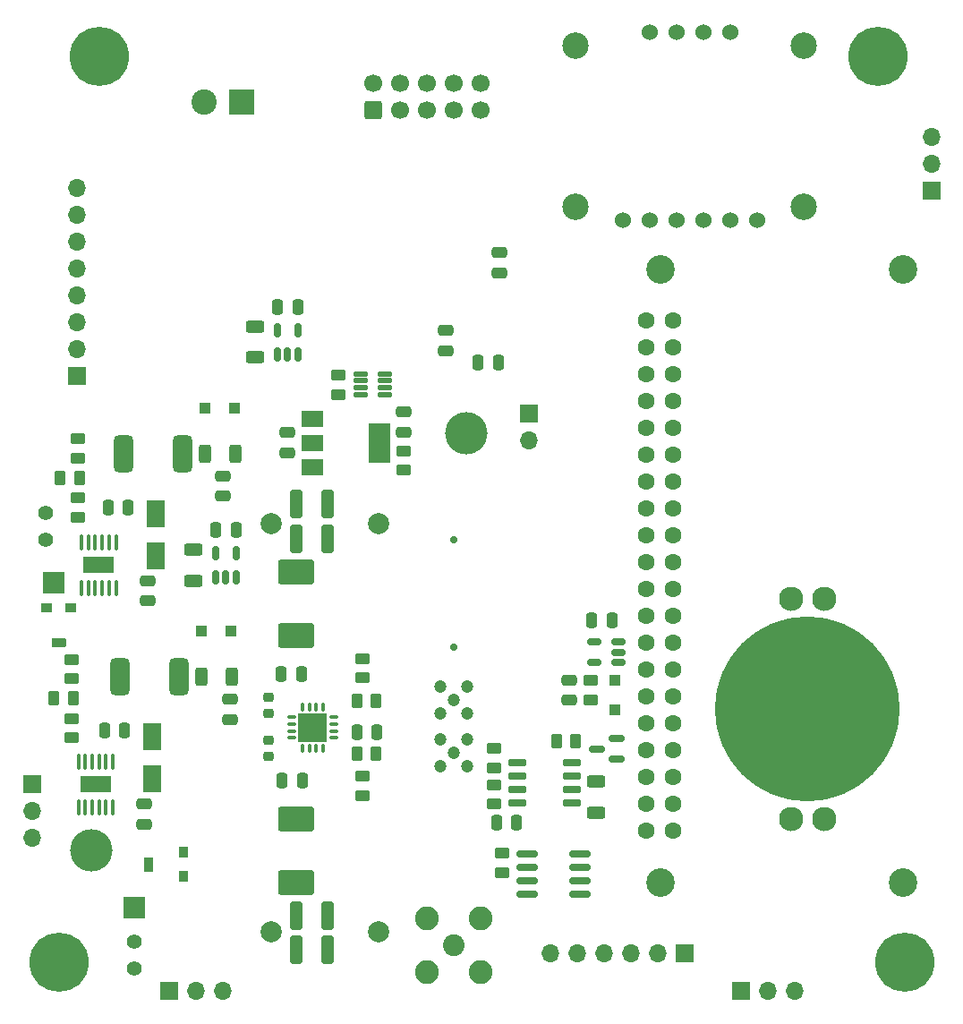
<source format=gbr>
%TF.GenerationSoftware,KiCad,Pcbnew,(6.0.10-dirty)*%
%TF.CreationDate,2022-12-22T22:26:15-05:00*%
%TF.ProjectId,piridium-bus,70697269-6469-4756-9d2d-6275732e6b69,rev?*%
%TF.SameCoordinates,Original*%
%TF.FileFunction,Soldermask,Bot*%
%TF.FilePolarity,Negative*%
%FSLAX46Y46*%
G04 Gerber Fmt 4.6, Leading zero omitted, Abs format (unit mm)*
G04 Created by KiCad (PCBNEW (6.0.10-dirty)) date 2022-12-22 22:26:15*
%MOMM*%
%LPD*%
G01*
G04 APERTURE LIST*
G04 Aperture macros list*
%AMRoundRect*
0 Rectangle with rounded corners*
0 $1 Rounding radius*
0 $2 $3 $4 $5 $6 $7 $8 $9 X,Y pos of 4 corners*
0 Add a 4 corners polygon primitive as box body*
4,1,4,$2,$3,$4,$5,$6,$7,$8,$9,$2,$3,0*
0 Add four circle primitives for the rounded corners*
1,1,$1+$1,$2,$3*
1,1,$1+$1,$4,$5*
1,1,$1+$1,$6,$7*
1,1,$1+$1,$8,$9*
0 Add four rect primitives between the rounded corners*
20,1,$1+$1,$2,$3,$4,$5,0*
20,1,$1+$1,$4,$5,$6,$7,0*
20,1,$1+$1,$6,$7,$8,$9,0*
20,1,$1+$1,$8,$9,$2,$3,0*%
G04 Aperture macros list end*
%ADD10C,5.600000*%
%ADD11C,2.500000*%
%ADD12C,1.524000*%
%ADD13R,1.700000X1.700000*%
%ADD14O,1.700000X1.700000*%
%ADD15RoundRect,0.250000X0.600000X-0.600000X0.600000X0.600000X-0.600000X0.600000X-0.600000X-0.600000X0*%
%ADD16C,1.700000*%
%ADD17RoundRect,0.250000X0.250000X0.475000X-0.250000X0.475000X-0.250000X-0.475000X0.250000X-0.475000X0*%
%ADD18C,2.700000*%
%ADD19C,1.600000*%
%ADD20R,2.400000X2.400000*%
%ADD21C,2.400000*%
%ADD22R,1.100000X1.100000*%
%ADD23C,2.050000*%
%ADD24C,2.250000*%
%ADD25C,0.701040*%
%ADD26C,1.198880*%
%ADD27C,4.000500*%
%ADD28RoundRect,0.150000X-0.725000X-0.150000X0.725000X-0.150000X0.725000X0.150000X-0.725000X0.150000X0*%
%ADD29RoundRect,0.250000X-0.450000X0.262500X-0.450000X-0.262500X0.450000X-0.262500X0.450000X0.262500X0*%
%ADD30RoundRect,0.250000X0.450000X-0.262500X0.450000X0.262500X-0.450000X0.262500X-0.450000X-0.262500X0*%
%ADD31RoundRect,0.250000X-0.625000X0.312500X-0.625000X-0.312500X0.625000X-0.312500X0.625000X0.312500X0*%
%ADD32RoundRect,0.087500X-0.325000X-0.087500X0.325000X-0.087500X0.325000X0.087500X-0.325000X0.087500X0*%
%ADD33RoundRect,0.087500X-0.087500X-0.325000X0.087500X-0.325000X0.087500X0.325000X-0.087500X0.325000X0*%
%ADD34R,2.700000X2.700000*%
%ADD35RoundRect,0.250000X0.475000X-0.250000X0.475000X0.250000X-0.475000X0.250000X-0.475000X-0.250000X0*%
%ADD36RoundRect,0.235000X-1.465000X0.940000X-1.465000X-0.940000X1.465000X-0.940000X1.465000X0.940000X0*%
%ADD37R,2.000000X2.000000*%
%ADD38RoundRect,0.250000X-0.262500X-0.450000X0.262500X-0.450000X0.262500X0.450000X-0.262500X0.450000X0*%
%ADD39RoundRect,0.100000X0.100000X-0.625000X0.100000X0.625000X-0.100000X0.625000X-0.100000X-0.625000X0*%
%ADD40R,2.850000X1.650000*%
%ADD41RoundRect,0.150000X0.512500X0.150000X-0.512500X0.150000X-0.512500X-0.150000X0.512500X-0.150000X0*%
%ADD42RoundRect,0.225000X-0.250000X0.225000X-0.250000X-0.225000X0.250000X-0.225000X0.250000X0.225000X0*%
%ADD43RoundRect,0.250000X-0.325000X-1.100000X0.325000X-1.100000X0.325000X1.100000X-0.325000X1.100000X0*%
%ADD44RoundRect,0.150000X0.587500X0.150000X-0.587500X0.150000X-0.587500X-0.150000X0.587500X-0.150000X0*%
%ADD45C,2.000000*%
%ADD46RoundRect,0.225000X0.250000X-0.225000X0.250000X0.225000X-0.250000X0.225000X-0.250000X-0.225000X0*%
%ADD47RoundRect,0.225000X-0.325000X-0.225000X0.325000X-0.225000X0.325000X0.225000X-0.325000X0.225000X0*%
%ADD48RoundRect,0.225000X-0.475000X-0.225000X0.475000X-0.225000X0.475000X0.225000X-0.475000X0.225000X0*%
%ADD49RoundRect,0.250000X-0.250000X-0.475000X0.250000X-0.475000X0.250000X0.475000X-0.250000X0.475000X0*%
%ADD50RoundRect,0.250000X0.312500X0.625000X-0.312500X0.625000X-0.312500X-0.625000X0.312500X-0.625000X0*%
%ADD51RoundRect,0.250000X-0.475000X0.250000X-0.475000X-0.250000X0.475000X-0.250000X0.475000X0.250000X0*%
%ADD52RoundRect,0.150000X0.150000X-0.512500X0.150000X0.512500X-0.150000X0.512500X-0.150000X-0.512500X0*%
%ADD53RoundRect,0.462500X-0.462500X-1.287500X0.462500X-1.287500X0.462500X1.287500X-0.462500X1.287500X0*%
%ADD54R,1.800000X2.500000*%
%ADD55R,2.000000X1.500000*%
%ADD56R,2.000000X3.800000*%
%ADD57C,2.300000*%
%ADD58C,17.500000*%
%ADD59C,1.400000*%
%ADD60RoundRect,0.150000X-0.825000X-0.150000X0.825000X-0.150000X0.825000X0.150000X-0.825000X0.150000X0*%
%ADD61RoundRect,0.125000X-0.537500X-0.125000X0.537500X-0.125000X0.537500X0.125000X-0.537500X0.125000X0*%
%ADD62RoundRect,0.225000X-0.225000X0.325000X-0.225000X-0.325000X0.225000X-0.325000X0.225000X0.325000X0*%
%ADD63RoundRect,0.225000X-0.225000X0.475000X-0.225000X-0.475000X0.225000X-0.475000X0.225000X0.475000X0*%
G04 APERTURE END LIST*
D10*
%TO.C,MH1*%
X110490000Y-55880000D03*
%TD*%
%TO.C,MH2*%
X184150000Y-55880000D03*
%TD*%
%TO.C,MH3*%
X186690000Y-141610000D03*
%TD*%
%TO.C,MH4*%
X106680000Y-141610000D03*
%TD*%
D11*
%TO.C,A2*%
X155575000Y-70104000D03*
X177165000Y-54864000D03*
X155575000Y-54864000D03*
X177165000Y-70104000D03*
D12*
X160020000Y-71374000D03*
X162560000Y-71374000D03*
X165100000Y-71374000D03*
X167640000Y-71374000D03*
X170180000Y-71374000D03*
X172720000Y-71374000D03*
X170180000Y-53594000D03*
X167640000Y-53594000D03*
X165100000Y-53594000D03*
X162560000Y-53594000D03*
%TD*%
D13*
%TO.C,J7*%
X189230000Y-68565000D03*
D14*
X189230000Y-66025000D03*
X189230000Y-63485000D03*
%TD*%
D13*
%TO.C,J9*%
X117109000Y-144272000D03*
D14*
X119649000Y-144272000D03*
X122189000Y-144272000D03*
%TD*%
D13*
%TO.C,J8*%
X104140000Y-124729000D03*
D14*
X104140000Y-127269000D03*
X104140000Y-129809000D03*
%TD*%
D15*
%TO.C,J5*%
X136398000Y-60960000D03*
D16*
X136398000Y-58420000D03*
X138938000Y-60960000D03*
X138938000Y-58420000D03*
X141478000Y-60960000D03*
X141478000Y-58420000D03*
X144018000Y-60960000D03*
X144018000Y-58420000D03*
X146558000Y-60960000D03*
X146558000Y-58420000D03*
%TD*%
D17*
%TO.C,C37*%
X159004000Y-109220000D03*
X157104000Y-109220000D03*
%TD*%
D13*
%TO.C,JP1*%
X151130000Y-89662000D03*
D14*
X151130000Y-92202000D03*
%TD*%
D18*
%TO.C,A1*%
X186571000Y-76029000D03*
X163571000Y-134029000D03*
X163571000Y-76029000D03*
X186571000Y-134029000D03*
D19*
X164823000Y-129159000D03*
X162283000Y-129159000D03*
X164823000Y-126619000D03*
X162283000Y-126619000D03*
X164823000Y-124079000D03*
X162283000Y-124079000D03*
X164823000Y-121539000D03*
X162283000Y-121539000D03*
X164823000Y-118999000D03*
X162283000Y-118999000D03*
X164823000Y-116459000D03*
X162283000Y-116459000D03*
X164823000Y-113919000D03*
X162283000Y-113919000D03*
X164823000Y-111379000D03*
X162283000Y-111379000D03*
X164823000Y-108839000D03*
X162283000Y-108839000D03*
X164823000Y-106299000D03*
X162283000Y-106299000D03*
X164823000Y-103759000D03*
X162283000Y-103759000D03*
X164823000Y-101219000D03*
X162283000Y-101219000D03*
X164823000Y-98679000D03*
X162283000Y-98679000D03*
X164823000Y-96139000D03*
X162283000Y-96139000D03*
X164823000Y-93599000D03*
X162283000Y-93599000D03*
X164823000Y-91059000D03*
X162283000Y-91059000D03*
X164823000Y-88519000D03*
X162283000Y-88519000D03*
X164823000Y-85979000D03*
X162283000Y-85979000D03*
X164823000Y-83439000D03*
X162283000Y-83439000D03*
X164823000Y-80899000D03*
X162283000Y-80899000D03*
%TD*%
D20*
%TO.C,J1*%
X123952000Y-60198000D03*
D21*
X120452000Y-60198000D03*
%TD*%
D22*
%TO.C,D11*%
X159258000Y-114932000D03*
X159258000Y-117732000D03*
%TD*%
D23*
%TO.C,J4*%
X144018000Y-139954000D03*
D24*
X146558000Y-137414000D03*
X141478000Y-142494000D03*
X146558000Y-142494000D03*
X141478000Y-137414000D03*
%TD*%
D13*
%TO.C,J3*%
X165862000Y-140716000D03*
D14*
X163322000Y-140716000D03*
X160782000Y-140716000D03*
X158242000Y-140716000D03*
X155702000Y-140716000D03*
X153162000Y-140716000D03*
%TD*%
D25*
%TO.C,A3*%
X144047940Y-101641180D03*
X144047940Y-111801180D03*
D26*
X144047940Y-121783380D03*
X142777940Y-120513380D03*
X145328100Y-123053380D03*
X145328100Y-120513380D03*
X142777940Y-123053380D03*
X144047940Y-116782120D03*
X142777940Y-115512120D03*
X145328100Y-115512120D03*
X142777940Y-118052120D03*
X145328100Y-118052120D03*
D27*
X109730000Y-131031520D03*
X145229040Y-91531980D03*
%TD*%
D13*
%TO.C,J6*%
X171211000Y-144272000D03*
D14*
X173751000Y-144272000D03*
X176291000Y-144272000D03*
%TD*%
D28*
%TO.C,U16*%
X150079000Y-126492000D03*
X150079000Y-125222000D03*
X150079000Y-123952000D03*
X150079000Y-122682000D03*
X155229000Y-122682000D03*
X155229000Y-123952000D03*
X155229000Y-125222000D03*
X155229000Y-126492000D03*
%TD*%
D29*
%TO.C,R31*%
X108481500Y-97682000D03*
X108481500Y-99507000D03*
%TD*%
D22*
%TO.C,D9*%
X120200000Y-110302000D03*
X123000000Y-110302000D03*
%TD*%
D30*
%TO.C,R15*%
X135377000Y-125833500D03*
X135377000Y-124008500D03*
%TD*%
D31*
%TO.C,R52*%
X157480000Y-124521500D03*
X157480000Y-127446500D03*
%TD*%
D30*
%TO.C,R48*%
X148655000Y-133119500D03*
X148655000Y-131294500D03*
%TD*%
D32*
%TO.C,U3*%
X128739000Y-120355000D03*
X128739000Y-119705000D03*
X128739000Y-119055000D03*
X128739000Y-118405000D03*
D33*
X129726500Y-117417500D03*
X130376500Y-117417500D03*
X131026500Y-117417500D03*
X131676500Y-117417500D03*
D32*
X132664000Y-118405000D03*
X132664000Y-119055000D03*
X132664000Y-119705000D03*
X132664000Y-120355000D03*
D33*
X131676500Y-121342500D03*
X131026500Y-121342500D03*
X130376500Y-121342500D03*
X129726500Y-121342500D03*
D34*
X130701500Y-119380000D03*
%TD*%
D31*
%TO.C,R35*%
X125288000Y-81463000D03*
X125288000Y-84388000D03*
%TD*%
D35*
%TO.C,C2*%
X139294000Y-91456250D03*
X139294000Y-89556250D03*
%TD*%
D36*
%TO.C,L2*%
X129177500Y-128039000D03*
X129177500Y-134089000D03*
%TD*%
D30*
%TO.C,R39*%
X107884000Y-114770500D03*
X107884000Y-112945500D03*
%TD*%
D35*
%TO.C,C23*%
X115085500Y-107418500D03*
X115085500Y-105518500D03*
%TD*%
D31*
%TO.C,R42*%
X119446000Y-102570690D03*
X119446000Y-105495690D03*
%TD*%
D37*
%TO.C,TP6*%
X106172000Y-105664000D03*
%TD*%
D38*
%TO.C,R51*%
X153773500Y-120650000D03*
X155598500Y-120650000D03*
%TD*%
%TO.C,R40*%
X106209500Y-116652000D03*
X108034500Y-116652000D03*
%TD*%
D39*
%TO.C,U11*%
X111795000Y-126930000D03*
X111145000Y-126930000D03*
X110495000Y-126930000D03*
X109845000Y-126930000D03*
X109195000Y-126930000D03*
X108545000Y-126930000D03*
X108545000Y-122630000D03*
X109195000Y-122630000D03*
X109845000Y-122630000D03*
X110495000Y-122630000D03*
X111145000Y-122630000D03*
X111795000Y-122630000D03*
D40*
X110170000Y-124780000D03*
%TD*%
D41*
%TO.C,U15*%
X159633500Y-111318000D03*
X159633500Y-112268000D03*
X159633500Y-113218000D03*
X157358500Y-113218000D03*
X157358500Y-111318000D03*
%TD*%
D42*
%TO.C,C9*%
X126487000Y-120590000D03*
X126487000Y-122140000D03*
%TD*%
D43*
%TO.C,C5*%
X129125000Y-101553000D03*
X132075000Y-101553000D03*
%TD*%
D44*
%TO.C,Q14*%
X159433500Y-120462000D03*
X159433500Y-122362000D03*
X157558500Y-121412000D03*
%TD*%
D45*
%TO.C,TP4*%
X126746000Y-138684000D03*
%TD*%
D39*
%TO.C,U9*%
X112086500Y-106176500D03*
X111436500Y-106176500D03*
X110786500Y-106176500D03*
X110136500Y-106176500D03*
X109486500Y-106176500D03*
X108836500Y-106176500D03*
X108836500Y-101876500D03*
X109486500Y-101876500D03*
X110136500Y-101876500D03*
X110786500Y-101876500D03*
X111436500Y-101876500D03*
X112086500Y-101876500D03*
D40*
X110461500Y-104026500D03*
%TD*%
D35*
%TO.C,C28*%
X114742000Y-128524000D03*
X114742000Y-126624000D03*
%TD*%
D43*
%TO.C,C13*%
X129125000Y-140415000D03*
X132075000Y-140415000D03*
%TD*%
D46*
%TO.C,C8*%
X126487000Y-118076000D03*
X126487000Y-116526000D03*
%TD*%
D47*
%TO.C,RV1*%
X107830000Y-108078000D03*
D48*
X106680000Y-111378000D03*
D47*
X105530000Y-108078000D03*
%TD*%
D35*
%TO.C,C35*%
X154940000Y-116805810D03*
X154940000Y-114905810D03*
%TD*%
D49*
%TO.C,C11*%
X127823000Y-124413000D03*
X129723000Y-124413000D03*
%TD*%
D50*
%TO.C,R34*%
X123406000Y-93514500D03*
X120481000Y-93514500D03*
%TD*%
D36*
%TO.C,L1*%
X129177500Y-104671000D03*
X129177500Y-110721000D03*
%TD*%
D51*
%TO.C,C1*%
X128270000Y-91506000D03*
X128270000Y-93406000D03*
%TD*%
D22*
%TO.C,D5*%
X120543500Y-89196500D03*
X123343500Y-89196500D03*
%TD*%
D17*
%TO.C,C31*%
X123444000Y-100731190D03*
X121544000Y-100731190D03*
%TD*%
D52*
%TO.C,U12*%
X123444000Y-105170690D03*
X122494000Y-105170690D03*
X121544000Y-105170690D03*
X121544000Y-102895690D03*
X123444000Y-102895690D03*
%TD*%
D30*
%TO.C,R2*%
X133096000Y-87884000D03*
X133096000Y-86059000D03*
%TD*%
D17*
%TO.C,C24*%
X113241500Y-98594500D03*
X111341500Y-98594500D03*
%TD*%
D53*
%TO.C,L4*%
X112475000Y-114620000D03*
X118025000Y-114620000D03*
%TD*%
D30*
%TO.C,R18*%
X147896500Y-126635500D03*
X147896500Y-124810500D03*
%TD*%
D54*
%TO.C,D4*%
X115847500Y-99134500D03*
X115847500Y-103134500D03*
%TD*%
D50*
%TO.C,R41*%
X123062500Y-114620000D03*
X120137500Y-114620000D03*
%TD*%
D55*
%TO.C,U1*%
X130708000Y-94756000D03*
X130708000Y-92456000D03*
D56*
X137008000Y-92456000D03*
D55*
X130708000Y-90156000D03*
%TD*%
D51*
%TO.C,C30*%
X122870000Y-116718000D03*
X122870000Y-118618000D03*
%TD*%
D49*
%TO.C,C27*%
X146370000Y-84836000D03*
X148270000Y-84836000D03*
%TD*%
D38*
%TO.C,R33*%
X106807000Y-95800500D03*
X108632000Y-95800500D03*
%TD*%
D17*
%TO.C,C29*%
X112898000Y-119700000D03*
X110998000Y-119700000D03*
%TD*%
D37*
%TO.C,TP8*%
X113792000Y-136398000D03*
%TD*%
D30*
%TO.C,R32*%
X108481500Y-93919000D03*
X108481500Y-92094000D03*
%TD*%
D57*
%TO.C,BT1*%
X179070000Y-128016000D03*
X175970000Y-128016000D03*
X179070000Y-107216000D03*
X175970000Y-107216000D03*
D58*
X177470000Y-117616000D03*
%TD*%
D59*
%TO.C,TP5*%
X105410000Y-99080000D03*
X105410000Y-101620000D03*
%TD*%
D30*
%TO.C,R19*%
X147896500Y-123213500D03*
X147896500Y-121388500D03*
%TD*%
D60*
%TO.C,Q12*%
X151006000Y-135128000D03*
X151006000Y-133858000D03*
X151006000Y-132588000D03*
X151006000Y-131318000D03*
X155956000Y-131318000D03*
X155956000Y-132588000D03*
X155956000Y-133858000D03*
X155956000Y-135128000D03*
%TD*%
D29*
%TO.C,R49*%
X156972000Y-114943310D03*
X156972000Y-116768310D03*
%TD*%
D45*
%TO.C,TP2*%
X136906000Y-100076000D03*
%TD*%
D49*
%TO.C,C10*%
X134869000Y-119841000D03*
X136769000Y-119841000D03*
%TD*%
D45*
%TO.C,TP1*%
X126746000Y-100076000D03*
%TD*%
D61*
%TO.C,U2*%
X135260500Y-87884000D03*
X135260500Y-87234000D03*
X135260500Y-86584000D03*
X135260500Y-85934000D03*
X137535500Y-85934000D03*
X137535500Y-86584000D03*
X137535500Y-87234000D03*
X137535500Y-87884000D03*
%TD*%
D38*
%TO.C,R5*%
X134869000Y-116840000D03*
X136694000Y-116840000D03*
%TD*%
D17*
%TO.C,C34*%
X149981428Y-128397000D03*
X148081428Y-128397000D03*
%TD*%
D51*
%TO.C,C16*%
X143256000Y-81854000D03*
X143256000Y-83754000D03*
%TD*%
D43*
%TO.C,C6*%
X129125000Y-98251000D03*
X132075000Y-98251000D03*
%TD*%
D52*
%TO.C,U10*%
X129286000Y-84063000D03*
X128336000Y-84063000D03*
X127386000Y-84063000D03*
X127386000Y-81788000D03*
X129286000Y-81788000D03*
%TD*%
D43*
%TO.C,C12*%
X129125000Y-137160000D03*
X132075000Y-137160000D03*
%TD*%
D51*
%TO.C,C25*%
X122174000Y-95612500D03*
X122174000Y-97512500D03*
%TD*%
D45*
%TO.C,TP3*%
X136906000Y-138684000D03*
%TD*%
D29*
%TO.C,R10*%
X139294000Y-93234250D03*
X139294000Y-95059250D03*
%TD*%
D35*
%TO.C,C22*%
X148336000Y-76388000D03*
X148336000Y-74488000D03*
%TD*%
D59*
%TO.C,TP7*%
X113792000Y-142220000D03*
X113792000Y-139680000D03*
%TD*%
D17*
%TO.C,C26*%
X129286000Y-79623500D03*
X127386000Y-79623500D03*
%TD*%
D13*
%TO.C,J2*%
X108401000Y-86091000D03*
D14*
X108401000Y-83551000D03*
X108401000Y-81011000D03*
X108401000Y-78471000D03*
X108401000Y-75931000D03*
X108401000Y-73391000D03*
X108401000Y-70851000D03*
X108401000Y-68311000D03*
%TD*%
D29*
%TO.C,R38*%
X107884000Y-118533500D03*
X107884000Y-120358500D03*
%TD*%
D38*
%TO.C,R16*%
X134869000Y-121873000D03*
X136694000Y-121873000D03*
%TD*%
D49*
%TO.C,C7*%
X127719500Y-114300000D03*
X129619500Y-114300000D03*
%TD*%
D62*
%TO.C,RV2*%
X118490000Y-133484000D03*
D63*
X115190000Y-132334000D03*
D62*
X118490000Y-131184000D03*
%TD*%
D53*
%TO.C,L3*%
X112818500Y-93514500D03*
X118368500Y-93514500D03*
%TD*%
D29*
%TO.C,R4*%
X135377000Y-112879500D03*
X135377000Y-114704500D03*
%TD*%
D54*
%TO.C,D8*%
X115504000Y-120240000D03*
X115504000Y-124240000D03*
%TD*%
M02*

</source>
